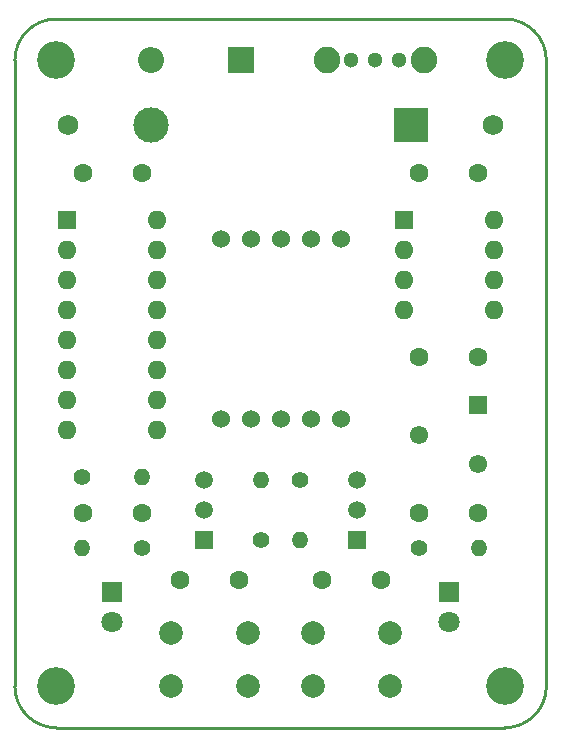
<source format=gbr>
%TF.GenerationSoftware,KiCad,Pcbnew,(5.1.8)-1*%
%TF.CreationDate,2020-12-28T19:23:03-06:00*%
%TF.ProjectId,Reaction Time Game,52656163-7469-46f6-9e20-54696d652047,rev?*%
%TF.SameCoordinates,Original*%
%TF.FileFunction,Soldermask,Top*%
%TF.FilePolarity,Negative*%
%FSLAX46Y46*%
G04 Gerber Fmt 4.6, Leading zero omitted, Abs format (unit mm)*
G04 Created by KiCad (PCBNEW (5.1.8)-1) date 2020-12-28 19:23:03*
%MOMM*%
%LPD*%
G01*
G04 APERTURE LIST*
%TA.AperFunction,Profile*%
%ADD10C,0.254000*%
%TD*%
%ADD11O,1.400000X1.400000*%
%ADD12C,1.400000*%
%ADD13C,1.600000*%
%ADD14C,1.750000*%
%ADD15R,3.000000X3.000000*%
%ADD16C,3.000000*%
%ADD17C,1.300000*%
%ADD18C,2.250000*%
%ADD19C,1.524000*%
%ADD20R,1.500000X1.500000*%
%ADD21C,1.500000*%
%ADD22C,3.200000*%
%ADD23C,1.550000*%
%ADD24R,1.550000X1.550000*%
%ADD25C,2.000000*%
%ADD26C,1.800000*%
%ADD27R,1.800000X1.800000*%
%ADD28R,1.600000X1.600000*%
%ADD29O,1.600000X1.600000*%
%ADD30O,2.200000X2.200000*%
%ADD31R,2.200000X2.200000*%
G04 APERTURE END LIST*
D10*
X122500000Y-73500000D02*
X122500000Y-126500000D01*
X77500000Y-126500000D02*
X77500000Y-73500000D01*
X81000000Y-130000000D02*
X119000000Y-130000000D01*
X81000000Y-70000000D02*
X119000000Y-70000000D01*
X122500000Y-126500000D02*
G75*
G02*
X119000000Y-130000000I-3500000J0D01*
G01*
X81000000Y-130000000D02*
G75*
G02*
X77500000Y-126500000I0J3500000D01*
G01*
X119000000Y-70000000D02*
G75*
G02*
X122500000Y-73500000I0J-3500000D01*
G01*
X77500000Y-73500000D02*
G75*
G02*
X81000000Y-70000000I3500000J0D01*
G01*
D11*
X88265000Y-108780000D03*
D12*
X83185000Y-108780000D03*
D13*
X88250000Y-111780000D03*
X83250000Y-111780000D03*
D14*
X118000000Y-79000000D03*
D15*
X111000000Y-79000000D03*
D14*
X82000000Y-79000000D03*
D16*
X89000000Y-79000000D03*
D17*
X108000000Y-73500000D03*
D18*
X103900000Y-73500000D03*
X112100000Y-73500000D03*
D17*
X110000000Y-73500000D03*
X106000000Y-73500000D03*
D19*
X94920000Y-88630000D03*
X97460000Y-88630000D03*
X100000000Y-88630000D03*
X102540000Y-88630000D03*
X105080000Y-88630000D03*
X105080000Y-103870000D03*
X102540000Y-103870000D03*
X100000000Y-103870000D03*
X97460000Y-103870000D03*
X94920000Y-103870000D03*
D20*
X106500000Y-114080000D03*
D21*
X106500000Y-109000000D03*
X106500000Y-111540000D03*
D20*
X93500000Y-114080000D03*
D21*
X93500000Y-109000000D03*
X93500000Y-111540000D03*
D22*
X119000000Y-126500000D03*
X81000000Y-73500000D03*
X81000000Y-126500000D03*
X119000000Y-73500000D03*
D23*
X111750000Y-105200000D03*
D24*
X116750000Y-102700000D03*
D23*
X116750000Y-107700000D03*
D25*
X109250000Y-122000000D03*
X109250000Y-126500000D03*
X102750000Y-122000000D03*
X102750000Y-126500000D03*
D11*
X116790000Y-114780000D03*
D12*
X111710000Y-114780000D03*
D11*
X101625000Y-114080000D03*
D12*
X101625000Y-109000000D03*
D11*
X98375000Y-109000000D03*
D12*
X98375000Y-114080000D03*
D11*
X83210000Y-114780000D03*
D12*
X88290000Y-114780000D03*
D26*
X114250000Y-121040000D03*
D27*
X114250000Y-118500000D03*
D26*
X85750000Y-121040000D03*
D27*
X85750000Y-118500000D03*
D13*
X96500000Y-117500000D03*
X91500000Y-117500000D03*
X108500000Y-117500000D03*
X103500000Y-117500000D03*
X111750000Y-111780000D03*
X116750000Y-111780000D03*
D28*
X81940000Y-87000000D03*
D29*
X89560000Y-104780000D03*
X81940000Y-89540000D03*
X89560000Y-102240000D03*
X81940000Y-92080000D03*
X89560000Y-99700000D03*
X81940000Y-94620000D03*
X89560000Y-97160000D03*
X81940000Y-97160000D03*
X89560000Y-94620000D03*
X81940000Y-99700000D03*
X89560000Y-92080000D03*
X81940000Y-102240000D03*
X89560000Y-89540000D03*
X81940000Y-104780000D03*
X89560000Y-87000000D03*
D28*
X110440000Y-87000000D03*
D29*
X118060000Y-94620000D03*
X110440000Y-89540000D03*
X118060000Y-92080000D03*
X110440000Y-92080000D03*
X118060000Y-89540000D03*
X110440000Y-94620000D03*
X118060000Y-87000000D03*
D25*
X90750000Y-126500000D03*
X90750000Y-122000000D03*
X97250000Y-126500000D03*
X97250000Y-122000000D03*
D30*
X89000000Y-73500000D03*
D31*
X96620000Y-73500000D03*
D13*
X111750000Y-83000000D03*
X116750000Y-83000000D03*
X88250000Y-83000000D03*
X83250000Y-83000000D03*
X116750000Y-98620000D03*
X111750000Y-98620000D03*
M02*

</source>
